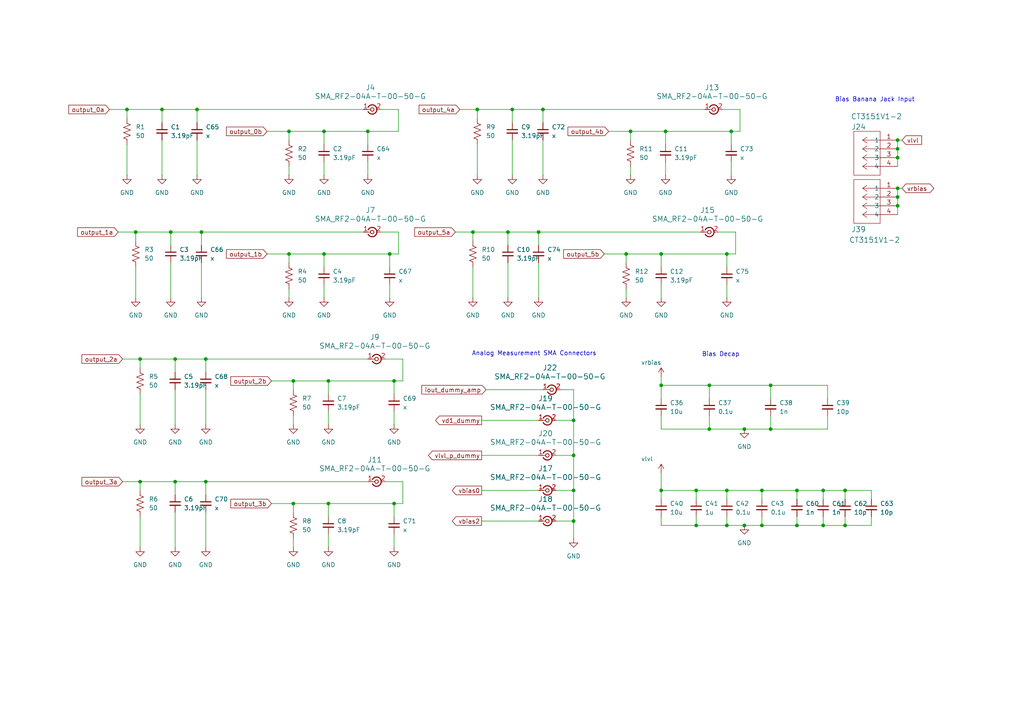
<source format=kicad_sch>
(kicad_sch (version 20231120) (generator "eeschema") (generator_version "8.0")
  (paper "A4")
  (lib_symbols
    (symbol "0_PHASE:CT3151V1-0" (pin_names (offset 0.254))
      (property "Reference" "J" (at 8.89 6.35 0))
      (property "Value" "CT3151V1-0" (at 9.398 3.81 0))
      (symbol "CT3151V1-0_1_1"
        (polyline (pts (xy 5.08 -10.16) (xy 12.7 -10.16)) (stroke (width 0.127)))
        (polyline (pts (xy 5.08 2.54) (xy 5.08 -10.16)) (stroke (width 0.127)))
        (polyline (pts (xy 10.16 -7.62) (xy 5.08 -7.62)) (stroke (width 0.127)))
        (polyline (pts (xy 10.16 -7.62) (xy 8.89 -8.4667)) (stroke (width 0.127)))
        (polyline (pts (xy 10.16 -7.62) (xy 8.89 -6.7733)) (stroke (width 0.127)))
        (polyline (pts (xy 10.16 -5.08) (xy 5.08 -5.08)) (stroke (width 0.127)))
        (polyline (pts (xy 10.16 -5.08) (xy 8.89 -5.9267)) (stroke (width 0.127)))
        (polyline (pts (xy 10.16 -5.08) (xy 8.89 -4.2333)) (stroke (width 0.127)))
        (polyline (pts (xy 10.16 -2.54) (xy 5.08 -2.54)) (stroke (width 0.127)))
        (polyline (pts (xy 10.16 -2.54) (xy 8.89 -3.3867)) (stroke (width 0.127)))
        (polyline (pts (xy 10.16 -2.54) (xy 8.89 -1.6933)) (stroke (width 0.127)))
        (polyline (pts (xy 10.16 0) (xy 5.08 0)) (stroke (width 0.127)))
        (polyline (pts (xy 10.16 0) (xy 8.89 -0.8467)) (stroke (width 0.127)))
        (polyline (pts (xy 10.16 0) (xy 8.89 0.8467)) (stroke (width 0.127)))
        (polyline (pts (xy 12.7 -10.16) (xy 12.7 2.54)) (stroke (width 0.127)))
        (polyline (pts (xy 12.7 2.54) (xy 5.08 2.54)) (stroke (width 0.127)))
        (pin unspecified line (at 0 0 0) (length 5.08) (name "1") (number "1"))
        (pin unspecified line (at 0 -2.54 0) (length 5.08) (name "2") (number "2"))
        (pin unspecified line (at 0 -5.08 0) (length 5.08) (name "3") (number "3"))
        (pin unspecified line (at 0 -7.62 0) (length 5.08) (name "4") (number "4"))
      )
      (symbol "CT3151V1-0_1_2"
        (polyline (pts (xy 5.08 -10.16) (xy 12.7 -10.16)) (stroke (width 0.127)))
        (polyline (pts (xy 5.08 2.54) (xy 5.08 -10.16)) (stroke (width 0.127)))
        (polyline (pts (xy 7.62 -7.62) (xy 5.08 -7.62)) (stroke (width 0.127)))
        (polyline (pts (xy 7.62 -7.62) (xy 8.89 -8.4667)) (stroke (width 0.127)))
        (polyline (pts (xy 7.62 -7.62) (xy 8.89 -6.7733)) (stroke (width 0.127)))
        (polyline (pts (xy 7.62 -5.08) (xy 5.08 -5.08)) (stroke (width 0.127)))
        (polyline (pts (xy 7.62 -5.08) (xy 8.89 -5.9267)) (stroke (width 0.127)))
        (polyline (pts (xy 7.62 -5.08) (xy 8.89 -4.2333)) (stroke (width 0.127)))
        (polyline (pts (xy 7.62 -2.54) (xy 5.08 -2.54)) (stroke (width 0.127)))
        (polyline (pts (xy 7.62 -2.54) (xy 8.89 -3.3867)) (stroke (width 0.127)))
        (polyline (pts (xy 7.62 -2.54) (xy 8.89 -1.6933)) (stroke (width 0.127)))
        (polyline (pts (xy 7.62 0) (xy 5.08 0)) (stroke (width 0.127)))
        (polyline (pts (xy 7.62 0) (xy 8.89 -0.8467)) (stroke (width 0.127)))
        (polyline (pts (xy 7.62 0) (xy 8.89 0.8467)) (stroke (width 0.127)))
        (polyline (pts (xy 12.7 -10.16) (xy 12.7 2.54)) (stroke (width 0.127)))
        (polyline (pts (xy 12.7 2.54) (xy 5.08 2.54)) (stroke (width 0.127)))
        (pin unspecified line (at 0 0 0) (length 5.08) (name "1") (number "1"))
        (pin unspecified line (at 0 -2.54 0) (length 5.08) (name "2") (number "2"))
        (pin unspecified line (at 0 -5.08 0) (length 5.08) (name "3") (number "3"))
        (pin unspecified line (at 0 -7.62 0) (length 5.08) (name "4") (number "4"))
      )
    )
    (symbol "0_PHASE:SMA_RF2-04A-T-00-50-G" (pin_names (offset 0.254))
      (property "Reference" "J" (at 8.89 6.35 0))
      (property "Value" "SMA_RF2-04A-T-00-50-G" (at 0 0 0))
      (symbol "SMA_RF2-04A-T-00-50-G_0_1"
        (polyline (pts (xy 10.16 -5.08) (xy 12.192 -5.08)))
        (circle (center 12.7 -5.08) (radius 0.508) (stroke (width 0.2032)))
      )
      (symbol "SMA_RF2-04A-T-00-50-G_1_1"
        (arc (start 11.5084 -5.7111) (mid 13.027 -6.3881) (end 14.0484 -5.0761) (stroke (width 0.3048)))
        (arc (start 14.0484 -5.0839) (mid 13.027 -3.772) (end 11.5084 -4.4489) (stroke (width 0.3048)))
        (pin passive line (at 10.16 -5.08 0) (length 1.27) (name "") (number "1"))
        (pin passive line (at 15.24 -5.08 180) (length 1.27) (name "") (number "2"))
        (pin passive line (at 15.24 -5.08 180) (length 1.27) hide (name "Ext") (number "3"))
        (pin passive line (at 15.24 -5.08 180) (length 1.27) hide (name "Ext") (number "4"))
        (pin passive line (at 15.24 -5.08 180) (length 1.27) hide (name "Ext") (number "5"))
      )
      (symbol "SMA_RF2-04A-T-00-50-G_1_2"
        (polyline (pts (xy 5.08 -2.54) (xy 12.7 -2.54)) (stroke (width 0.127)))
        (polyline (pts (xy 5.08 2.54) (xy 5.08 -2.54)) (stroke (width 0.127)))
        (polyline (pts (xy 7.62 0) (xy 5.08 0)) (stroke (width 0.127)))
        (polyline (pts (xy 7.62 0) (xy 8.89 -0.8467)) (stroke (width 0.127)))
        (polyline (pts (xy 7.62 0) (xy 8.89 0.8467)) (stroke (width 0.127)))
        (polyline (pts (xy 12.7 -2.54) (xy 12.7 2.54)) (stroke (width 0.127)))
        (polyline (pts (xy 12.7 2.54) (xy 5.08 2.54)) (stroke (width 0.127)))
        (pin unspecified line (at 0 0 0) (length 5.08) (name "1") (number "1"))
      )
    )
    (symbol "Device:C_Small" (pin_numbers hide) (pin_names (offset 0.254) hide)
      (property "Reference" "C" (at 0.254 1.778 0))
      (property "Value" "C_Small" (at 0.254 -2.032 0))
      (symbol "C_Small_0_1"
        (polyline (pts (xy -1.524 -0.508) (xy 1.524 -0.508)) (stroke (width 0.3302)))
        (polyline (pts (xy -1.524 0.508) (xy 1.524 0.508)) (stroke (width 0.3048)))
      )
      (symbol "C_Small_1_1"
        (pin passive line (at 0 2.54 270) (length 2.032) (name "~") (number "1"))
        (pin passive line (at 0 -2.54 90) (length 2.032) (name "~") (number "2"))
      )
    )
    (symbol "Device:R_US" (pin_numbers hide) (pin_names (offset 0))
      (property "Reference" "R" (at 2.54 0 90))
      (property "Value" "R_US" (at -2.54 0 90))
      (symbol "R_US_0_1"
        (polyline (pts (xy 0 -2.286) (xy 0 -2.54)))
        (polyline (pts (xy 0 2.286) (xy 0 2.54)))
        (polyline (pts (xy 0 -0.762) (xy 1.016 -1.143) (xy 0 -1.524) (xy -1.016 -1.905) (xy 0 -2.286)))
        (polyline (pts (xy 0 0.762) (xy 1.016 0.381) (xy 0 0) (xy -1.016 -0.381) (xy 0 -0.762)))
        (polyline (pts (xy 0 2.286) (xy 1.016 1.905) (xy 0 1.524) (xy -1.016 1.143) (xy 0 0.762)))
      )
      (symbol "R_US_1_1"
        (pin passive line (at 0 3.81 270) (length 1.27) (name "~") (number "1"))
        (pin passive line (at 0 -3.81 90) (length 1.27) (name "~") (number "2"))
      )
    )
    (symbol "power:+1V8" (power) (pin_numbers hide) (pin_names (offset 0) hide)
      (property "Value" "+1V8" (at 0 3.556 0))
      (symbol "+1V8_0_1"
        (polyline (pts (xy -0.762 1.27) (xy 0 2.54)))
        (polyline (pts (xy 0 0) (xy 0 2.54)))
        (polyline (pts (xy 0 2.54) (xy 0.762 1.27)))
      )
      (symbol "+1V8_1_1"
        (pin power_in line (at 0 0 90) (length 0) (name "~") (number "1"))
      )
    )
    (symbol "power:GND" (power) (pin_numbers hide) (pin_names (offset 0) hide)
      (property "Value" "GND" (at 0 -3.81 0))
      (symbol "GND_0_1"
        (polyline (pts (xy 0 0) (xy 0 -1.27) (xy 1.27 -1.27) (xy 0 -2.54) (xy -1.27 -1.27) (xy 0 -1.27)))
      )
      (symbol "GND_1_1"
        (pin power_in line (at 0 0 270) (length 0) (name "~") (number "1"))
      )
    )
  )
  (junction (at 59.69 104.14))
  (junction (at 231.14 152.4))
  (junction (at 147.32 67.31))
  (junction (at 215.9 152.4))
  (junction (at 93.98 38.1))
  (junction (at 260.35 40.64))
  (junction (at 181.61 73.66))
  (junction (at 50.8 139.7))
  (junction (at 260.35 57.15))
  (junction (at 95.25 110.49))
  (junction (at 166.37 151.13))
  (junction (at 260.35 45.72))
  (junction (at 238.76 152.4))
  (junction (at 106.68 38.1))
  (junction (at 157.48 31.75))
  (junction (at 58.42 67.31))
  (junction (at 83.82 73.66))
  (junction (at 220.98 142.24))
  (junction (at 40.64 104.14))
  (junction (at 114.3 110.49))
  (junction (at 59.69 139.7))
  (junction (at 46.99 31.75))
  (junction (at 138.43 31.75))
  (junction (at 93.98 73.66))
  (junction (at 166.37 142.24))
  (junction (at 238.76 142.24))
  (junction (at 191.77 111.76))
  (junction (at 156.21 67.31))
  (junction (at 210.82 152.4))
  (junction (at 85.09 110.49))
  (junction (at 182.88 38.1))
  (junction (at 193.04 38.1))
  (junction (at 201.93 142.24))
  (junction (at 212.09 38.1))
  (junction (at 49.53 67.31))
  (junction (at 85.09 146.05))
  (junction (at 148.59 31.75))
  (junction (at 57.15 31.75))
  (junction (at 191.77 73.66))
  (junction (at 210.82 73.66))
  (junction (at 83.82 38.1))
  (junction (at 201.93 152.4))
  (junction (at 114.3 146.05))
  (junction (at 36.83 31.75))
  (junction (at 40.64 139.7))
  (junction (at 137.16 67.31))
  (junction (at 191.77 142.24))
  (junction (at 205.74 111.76))
  (junction (at 260.35 59.69))
  (junction (at 223.52 124.46))
  (junction (at 215.9 124.46))
  (junction (at 50.8 104.14))
  (junction (at 220.98 152.4))
  (junction (at 113.03 73.66))
  (junction (at 95.25 146.05))
  (junction (at 166.37 132.08))
  (junction (at 210.82 142.24))
  (junction (at 245.11 152.4))
  (junction (at 260.35 54.61))
  (junction (at 39.37 67.31))
  (junction (at 166.37 121.92))
  (junction (at 260.35 43.18))
  (junction (at 223.52 111.76))
  (junction (at 205.74 124.46))
  (junction (at 231.14 142.24))
  (junction (at 245.11 142.24))
  (wire (pts (xy 193.04 46.99) (xy 193.04 50.8)))
  (wire (pts (xy 83.82 73.66) (xy 83.82 76.2)))
  (wire (pts (xy 111.76 104.14) (xy 116.84 104.14)))
  (wire (pts (xy 83.82 38.1) (xy 83.82 40.64)))
  (wire (pts (xy 191.77 73.66) (xy 210.82 73.66)))
  (wire (pts (xy 260.35 54.61) (xy 260.35 57.15)))
  (wire (pts (xy 49.53 71.12) (xy 49.53 67.31)))
  (wire (pts (xy 166.37 132.08) (xy 166.37 142.24)))
  (wire (pts (xy 223.52 120.65) (xy 223.52 124.46)))
  (wire (pts (xy 106.68 104.14) (xy 59.69 104.14)))
  (wire (pts (xy 93.98 73.66) (xy 113.03 73.66)))
  (wire (pts (xy 182.88 50.8) (xy 182.88 48.26)))
  (wire (pts (xy 191.77 109.22) (xy 191.77 111.76)))
  (wire (pts (xy 35.56 104.14) (xy 40.64 104.14)))
  (wire (pts (xy 231.14 149.86) (xy 231.14 152.4)))
  (wire (pts (xy 114.3 110.49) (xy 116.84 110.49)))
  (wire (pts (xy 205.74 115.57) (xy 205.74 111.76)))
  (wire (pts (xy 220.98 142.24) (xy 231.14 142.24)))
  (wire (pts (xy 191.77 152.4) (xy 201.93 152.4)))
  (wire (pts (xy 85.09 110.49) (xy 85.09 113.03)))
  (wire (pts (xy 201.93 144.78) (xy 201.93 142.24)))
  (wire (pts (xy 50.8 107.95) (xy 50.8 104.14)))
  (wire (pts (xy 166.37 121.92) (xy 166.37 113.03)))
  (wire (pts (xy 114.3 119.38) (xy 114.3 123.19)))
  (wire (pts (xy 240.03 115.57) (xy 240.03 111.76)))
  (wire (pts (xy 95.25 110.49) (xy 114.3 110.49)))
  (wire (pts (xy 213.36 67.31) (xy 213.36 73.66)))
  (wire (pts (xy 193.04 41.91) (xy 193.04 38.1)))
  (wire (pts (xy 176.53 38.1) (xy 182.88 38.1)))
  (wire (pts (xy 93.98 77.47) (xy 93.98 73.66)))
  (wire (pts (xy 50.8 143.51) (xy 50.8 139.7)))
  (wire (pts (xy 85.09 110.49) (xy 95.25 110.49)))
  (wire (pts (xy 132.08 67.31) (xy 137.16 67.31)))
  (wire (pts (xy 147.32 71.12) (xy 147.32 67.31)))
  (wire (pts (xy 83.82 38.1) (xy 93.98 38.1)))
  (wire (pts (xy 181.61 86.36) (xy 181.61 83.82)))
  (wire (pts (xy 59.69 107.95) (xy 59.69 104.14)))
  (wire (pts (xy 240.03 124.46) (xy 223.52 124.46)))
  (wire (pts (xy 252.73 152.4) (xy 245.11 152.4)))
  (wire (pts (xy 147.32 86.36) (xy 147.32 76.2)))
  (wire (pts (xy 231.14 142.24) (xy 238.76 142.24)))
  (wire (pts (xy 240.03 111.76) (xy 223.52 111.76)))
  (wire (pts (xy 106.68 139.7) (xy 59.69 139.7)))
  (wire (pts (xy 111.76 139.7) (xy 116.84 139.7)))
  (wire (pts (xy 93.98 38.1) (xy 106.68 38.1)))
  (wire (pts (xy 95.25 114.3) (xy 95.25 110.49)))
  (wire (pts (xy 260.35 43.18) (xy 260.35 45.72)))
  (wire (pts (xy 161.29 151.13) (xy 166.37 151.13)))
  (wire (pts (xy 166.37 113.03) (xy 162.56 113.03)))
  (wire (pts (xy 191.77 142.24) (xy 201.93 142.24)))
  (wire (pts (xy 220.98 149.86) (xy 220.98 152.4)))
  (wire (pts (xy 137.16 69.85) (xy 137.16 67.31)))
  (wire (pts (xy 31.75 31.75) (xy 36.83 31.75)))
  (wire (pts (xy 205.74 111.76) (xy 223.52 111.76)))
  (wire (pts (xy 148.59 50.8) (xy 148.59 40.64)))
  (wire (pts (xy 193.04 38.1) (xy 212.09 38.1)))
  (wire (pts (xy 212.09 46.99) (xy 212.09 50.8)))
  (wire (pts (xy 191.77 149.86) (xy 191.77 152.4)))
  (wire (pts (xy 252.73 142.24) (xy 245.11 142.24)))
  (wire (pts (xy 40.64 104.14) (xy 50.8 104.14)))
  (wire (pts (xy 57.15 35.56) (xy 57.15 31.75)))
  (wire (pts (xy 215.9 152.4) (xy 220.98 152.4)))
  (wire (pts (xy 204.47 31.75) (xy 157.48 31.75)))
  (wire (pts (xy 40.64 158.75) (xy 40.64 149.86)))
  (wire (pts (xy 46.99 50.8) (xy 46.99 40.64)))
  (wire (pts (xy 93.98 41.91) (xy 93.98 38.1)))
  (wire (pts (xy 77.47 73.66) (xy 83.82 73.66)))
  (wire (pts (xy 205.74 120.65) (xy 205.74 124.46)))
  (wire (pts (xy 191.77 82.55) (xy 191.77 86.36)))
  (wire (pts (xy 105.41 67.31) (xy 58.42 67.31)))
  (wire (pts (xy 115.57 31.75) (xy 115.57 38.1)))
  (wire (pts (xy 59.69 143.51) (xy 59.69 139.7)))
  (wire (pts (xy 166.37 121.92) (xy 166.37 132.08)))
  (wire (pts (xy 50.8 158.75) (xy 50.8 148.59)))
  (wire (pts (xy 113.03 82.55) (xy 113.03 86.36)))
  (wire (pts (xy 35.56 139.7) (xy 40.64 139.7)))
  (wire (pts (xy 191.77 120.65) (xy 191.77 124.46)))
  (wire (pts (xy 238.76 149.86) (xy 238.76 152.4)))
  (wire (pts (xy 113.03 77.47) (xy 113.03 73.66)))
  (wire (pts (xy 231.14 144.78) (xy 231.14 142.24)))
  (wire (pts (xy 240.03 120.65) (xy 240.03 124.46)))
  (wire (pts (xy 40.64 106.68) (xy 40.64 104.14)))
  (wire (pts (xy 191.77 144.78) (xy 191.77 142.24)))
  (wire (pts (xy 157.48 40.64) (xy 157.48 50.8)))
  (wire (pts (xy 59.69 139.7) (xy 50.8 139.7)))
  (wire (pts (xy 49.53 86.36) (xy 49.53 76.2)))
  (wire (pts (xy 78.74 146.05) (xy 85.09 146.05)))
  (wire (pts (xy 156.21 76.2) (xy 156.21 86.36)))
  (wire (pts (xy 39.37 67.31) (xy 49.53 67.31)))
  (wire (pts (xy 59.69 104.14) (xy 50.8 104.14)))
  (wire (pts (xy 114.3 149.86) (xy 114.3 146.05)))
  (wire (pts (xy 191.77 115.57) (xy 191.77 111.76)))
  (wire (pts (xy 137.16 86.36) (xy 137.16 77.47)))
  (wire (pts (xy 201.93 149.86) (xy 201.93 152.4)))
  (wire (pts (xy 182.88 38.1) (xy 193.04 38.1)))
  (wire (pts (xy 57.15 31.75) (xy 46.99 31.75)))
  (wire (pts (xy 260.35 57.15) (xy 260.35 59.69)))
  (wire (pts (xy 260.35 59.69) (xy 260.35 62.23)))
  (wire (pts (xy 105.41 31.75) (xy 57.15 31.75)))
  (wire (pts (xy 205.74 124.46) (xy 215.9 124.46)))
  (wire (pts (xy 261.62 54.61) (xy 260.35 54.61)))
  (wire (pts (xy 210.82 152.4) (xy 215.9 152.4)))
  (wire (pts (xy 58.42 76.2) (xy 58.42 86.36)))
  (wire (pts (xy 156.21 71.12) (xy 156.21 67.31)))
  (wire (pts (xy 83.82 50.8) (xy 83.82 48.26)))
  (wire (pts (xy 210.82 77.47) (xy 210.82 73.66)))
  (wire (pts (xy 148.59 35.56) (xy 148.59 31.75)))
  (wire (pts (xy 214.63 31.75) (xy 214.63 38.1)))
  (wire (pts (xy 57.15 40.64) (xy 57.15 50.8)))
  (wire (pts (xy 157.48 35.56) (xy 157.48 31.75)))
  (wire (pts (xy 209.55 31.75) (xy 214.63 31.75)))
  (wire (pts (xy 85.09 146.05) (xy 95.25 146.05)))
  (wire (pts (xy 252.73 149.86) (xy 252.73 152.4)))
  (wire (pts (xy 210.82 82.55) (xy 210.82 86.36)))
  (wire (pts (xy 208.28 67.31) (xy 213.36 67.31)))
  (wire (pts (xy 182.88 38.1) (xy 182.88 40.64)))
  (wire (pts (xy 40.64 123.19) (xy 40.64 114.3)))
  (wire (pts (xy 95.25 119.38) (xy 95.25 123.19)))
  (wire (pts (xy 201.93 142.24) (xy 210.82 142.24)))
  (wire (pts (xy 137.16 67.31) (xy 147.32 67.31)))
  (wire (pts (xy 215.9 124.46) (xy 223.52 124.46)))
  (wire (pts (xy 85.09 146.05) (xy 85.09 148.59)))
  (wire (pts (xy 212.09 41.91) (xy 212.09 38.1)))
  (wire (pts (xy 157.48 31.75) (xy 148.59 31.75)))
  (wire (pts (xy 245.11 149.86) (xy 245.11 152.4)))
  (wire (pts (xy 40.64 139.7) (xy 50.8 139.7)))
  (wire (pts (xy 116.84 104.14) (xy 116.84 110.49)))
  (wire (pts (xy 191.77 137.16) (xy 191.77 142.24)))
  (wire (pts (xy 191.77 111.76) (xy 205.74 111.76)))
  (wire (pts (xy 58.42 67.31) (xy 49.53 67.31)))
  (wire (pts (xy 231.14 152.4) (xy 238.76 152.4)))
  (wire (pts (xy 93.98 46.99) (xy 93.98 50.8)))
  (wire (pts (xy 36.83 50.8) (xy 36.83 41.91)))
  (wire (pts (xy 95.25 146.05) (xy 114.3 146.05)))
  (wire (pts (xy 114.3 114.3) (xy 114.3 110.49)))
  (wire (pts (xy 191.77 77.47) (xy 191.77 73.66)))
  (wire (pts (xy 138.43 50.8) (xy 138.43 41.91)))
  (wire (pts (xy 191.77 124.46) (xy 205.74 124.46)))
  (wire (pts (xy 238.76 142.24) (xy 245.11 142.24)))
  (wire (pts (xy 36.83 31.75) (xy 46.99 31.75)))
  (wire (pts (xy 260.35 40.64) (xy 260.35 43.18)))
  (wire (pts (xy 39.37 69.85) (xy 39.37 67.31)))
  (wire (pts (xy 140.97 113.03) (xy 157.48 113.03)))
  (wire (pts (xy 260.35 45.72) (xy 260.35 48.26)))
  (wire (pts (xy 34.29 67.31) (xy 39.37 67.31)))
  (wire (pts (xy 220.98 144.78) (xy 220.98 142.24)))
  (wire (pts (xy 106.68 38.1) (xy 115.57 38.1)))
  (wire (pts (xy 114.3 146.05) (xy 116.84 146.05)))
  (wire (pts (xy 114.3 154.94) (xy 114.3 158.75)))
  (wire (pts (xy 116.84 139.7) (xy 116.84 146.05)))
  (wire (pts (xy 93.98 82.55) (xy 93.98 86.36)))
  (wire (pts (xy 95.25 149.86) (xy 95.25 146.05)))
  (wire (pts (xy 58.42 71.12) (xy 58.42 67.31)))
  (wire (pts (xy 77.47 38.1) (xy 83.82 38.1)))
  (wire (pts (xy 110.49 31.75) (xy 115.57 31.75)))
  (wire (pts (xy 181.61 73.66) (xy 191.77 73.66)))
  (wire (pts (xy 166.37 142.24) (xy 161.29 142.24)))
  (wire (pts (xy 133.35 31.75) (xy 138.43 31.75)))
  (wire (pts (xy 175.26 73.66) (xy 181.61 73.66)))
  (wire (pts (xy 115.57 67.31) (xy 115.57 73.66)))
  (wire (pts (xy 113.03 73.66) (xy 115.57 73.66)))
  (wire (pts (xy 59.69 113.03) (xy 59.69 123.19)))
  (wire (pts (xy 78.74 110.49) (xy 85.09 110.49)))
  (wire (pts (xy 50.8 123.19) (xy 50.8 113.03)))
  (wire (pts (xy 181.61 73.66) (xy 181.61 76.2)))
  (wire (pts (xy 166.37 151.13) (xy 166.37 156.21)))
  (wire (pts (xy 210.82 142.24) (xy 220.98 142.24)))
  (wire (pts (xy 36.83 34.29) (xy 36.83 31.75)))
  (wire (pts (xy 220.98 152.4) (xy 231.14 152.4)))
  (wire (pts (xy 238.76 144.78) (xy 238.76 142.24)))
  (wire (pts (xy 40.64 142.24) (xy 40.64 139.7)))
  (wire (pts (xy 139.7 142.24) (xy 156.21 142.24)))
  (wire (pts (xy 161.29 121.92) (xy 166.37 121.92)))
  (wire (pts (xy 212.09 38.1) (xy 214.63 38.1)))
  (wire (pts (xy 85.09 123.19) (xy 85.09 120.65)))
  (wire (pts (xy 238.76 152.4) (xy 245.11 152.4)))
  (wire (pts (xy 166.37 142.24) (xy 166.37 151.13)))
  (wire (pts (xy 85.09 158.75) (xy 85.09 156.21)))
  (wire (pts (xy 138.43 31.75) (xy 148.59 31.75)))
  (wire (pts (xy 223.52 115.57) (xy 223.52 111.76)))
  (wire (pts (xy 110.49 67.31) (xy 115.57 67.31)))
  (wire (pts (xy 139.7 121.92) (xy 156.21 121.92)))
  (wire (pts (xy 260.35 40.64) (xy 261.62 40.64)))
  (wire (pts (xy 106.68 46.99) (xy 106.68 50.8)))
  (wire (pts (xy 139.7 132.08) (xy 156.21 132.08)))
  (wire (pts (xy 59.69 148.59) (xy 59.69 158.75)))
  (wire (pts (xy 156.21 67.31) (xy 147.32 67.31)))
  (wire (pts (xy 138.43 34.29) (xy 138.43 31.75)))
  (wire (pts (xy 203.2 67.31) (xy 156.21 67.31)))
  (wire (pts (xy 46.99 35.56) (xy 46.99 31.75)))
  (wire (pts (xy 252.73 144.78) (xy 252.73 142.24)))
  (wire (pts (xy 83.82 73.66) (xy 93.98 73.66)))
  (wire (pts (xy 210.82 149.86) (xy 210.82 152.4)))
  (wire (pts (xy 201.93 152.4) (xy 210.82 152.4)))
  (wire (pts (xy 210.82 73.66) (xy 213.36 73.66)))
  (wire (pts (xy 161.29 132.08) (xy 166.37 132.08)))
  (wire (pts (xy 210.82 144.78) (xy 210.82 142.24)))
  (wire (pts (xy 95.25 154.94) (xy 95.25 158.75)))
  (wire (pts (xy 139.7 151.13) (xy 156.21 151.13)))
  (wire (pts (xy 83.82 86.36) (xy 83.82 83.82)))
  (wire (pts (xy 106.68 41.91) (xy 106.68 38.1)))
  (wire (pts (xy 245.11 144.78) (xy 245.11 142.24)))
  (wire (pts (xy 39.37 86.36) (xy 39.37 77.47)))
  (text "Analog Measurement SMA Connectors" (at 154.94 102.616 0) (effects (font (size 1.27 1.27))))
  (text "Bias Decap\n" (at 209.042 102.87 0) (effects (font (size 1.27 1.27))))
  (text "Bias Banana Jack Input" (at 253.746 28.956 0) (effects (font (size 1.27 1.27))))
  (global_label "output_3a" (shape input) (at 35.56 139.7 180) (property "Intersheetrefs" "${INTERSHEET_REFS}" (effects (hide yes))))
  (global_label "iout_dummy_amp" (shape input) (at 140.97 113.03 180) (property "Intersheetrefs" "${INTERSHEET_REFS}" (effects (hide yes))))
  (global_label "output_4b" (shape input) (at 176.53 38.1 180) (property "Intersheetrefs" "${INTERSHEET_REFS}" (effects (hide yes))))
  (global_label "vrbias" (shape bidirectional) (at 261.62 54.61 0) (property "Intersheetrefs" "${INTERSHEET_REFS}" (effects (hide yes))))
  (global_label "output_5b" (shape input) (at 175.26 73.66 180) (property "Intersheetrefs" "${INTERSHEET_REFS}" (effects (hide yes))))
  (global_label "output_1a" (shape input) (at 34.29 67.31 180) (property "Intersheetrefs" "${INTERSHEET_REFS}" (effects (hide yes))))
  (global_label "vd1_dummy" (shape output) (at 139.7 121.92 180) (property "Intersheetrefs" "${INTERSHEET_REFS}" (effects (hide yes))))
  (global_label "output_0b" (shape input) (at 77.47 38.1 180) (property "Intersheetrefs" "${INTERSHEET_REFS}" (effects (hide yes))))
  (global_label "vlvl" (shape input) (at 261.62 40.64 0) (property "Intersheetrefs" "${INTERSHEET_REFS}" (effects (hide yes))))
  (global_label "vbias0" (shape output) (at 139.7 142.24 180) (property "Intersheetrefs" "${INTERSHEET_REFS}" (effects (hide yes))))
  (global_label "output_0a" (shape input) (at 31.75 31.75 180) (property "Intersheetrefs" "${INTERSHEET_REFS}" (effects (hide yes))))
  (global_label "vbias2" (shape output) (at 139.7 151.13 180) (property "Intersheetrefs" "${INTERSHEET_REFS}" (effects (hide yes))))
  (global_label "output_1b" (shape input) (at 77.47 73.66 180) (property "Intersheetrefs" "${INTERSHEET_REFS}" (effects (hide yes))))
  (global_label "output_2b" (shape input) (at 78.74 110.49 180) (property "Intersheetrefs" "${INTERSHEET_REFS}" (effects (hide yes))))
  (global_label "output_5a" (shape input) (at 132.08 67.31 180) (property "Intersheetrefs" "${INTERSHEET_REFS}" (effects (hide yes))))
  (global_label "output_4a" (shape input) (at 133.35 31.75 180) (property "Intersheetrefs" "${INTERSHEET_REFS}" (effects (hide yes))))
  (global_label "output_3b" (shape input) (at 78.74 146.05 180) (property "Intersheetrefs" "${INTERSHEET_REFS}" (effects (hide yes))))
  (global_label "vlvl_p_dummy" (shape output) (at 139.7 132.08 180) (property "Intersheetrefs" "${INTERSHEET_REFS}" (effects (hide yes))))
  (global_label "output_2a" (shape input) (at 35.56 104.14 180) (property "Intersheetrefs" "${INTERSHEET_REFS}" (effects (hide yes))))
  (symbol (lib_id "power:GND") (at 40.64 158.75 0) (unit 1)
    (property "Reference" "#PWR022" (effects (hide yes)))
    (property "Value" "GND" (at 40.64 163.83 0))
    (property "Description" "Power symbol creates a global label with name \"GND\" , ground" (effects (hide yes)))
  )
  (symbol (lib_id "power:GND") (at 59.69 123.19 0) (unit 1)
    (property "Reference" "#PWR065" (effects (hide yes)))
    (property "Value" "GND" (at 59.69 128.27 0))
    (property "Description" "Power symbol creates a global label with name \"GND\" , ground" (effects (hide yes)))
  )
  (symbol (lib_id "power:+1V8") (at 191.77 137.16 0) (unit 1)
    (property "Reference" "#PWR062" (effects (hide yes)))
    (property "Value" "vlvl" (at 185.928 133.096 0) (effects (justify left)))
    (property "Description" "Power symbol creates a global label with name \"+1V8\"" (effects (hide yes)))
  )
  (symbol (lib_id "power:GND") (at 58.42 86.36 0) (unit 1)
    (property "Reference" "#PWR039" (effects (hide yes)))
    (property "Value" "GND" (at 58.42 91.44 0))
    (property "Description" "Power symbol creates a global label with name \"GND\" , ground" (effects (hide yes)))
  )
  (symbol (lib_id "power:GND") (at 40.64 123.19 0) (unit 1)
    (property "Reference" "#PWR017" (effects (hide yes)))
    (property "Value" "GND" (at 40.64 128.27 0))
    (property "Description" "Power symbol creates a global label with name \"GND\" , ground" (effects (hide yes)))
  )
  (symbol (lib_id "Device:C_Small") (at 193.04 44.45 0) (unit 1)
    (property "Reference" "C11" (at 195.58 43.1862 0) (effects (justify left)))
    (property "Value" "3.19pF" (at 195.58 45.7262 0) (effects (justify left)))
    (property "Footprint" "Capacitor_SMD:C_0603_1608Metric" (effects (hide yes)))
    (property "Description" "Unpolarized capacitor, small symbol" (effects (hide yes)))
  )
  (symbol (lib_id "Device:C_Small") (at 50.8 146.05 0) (unit 1)
    (property "Reference" "C6" (at 53.34 144.7862 0) (effects (justify left)))
    (property "Value" "3.19pF" (at 53.34 147.3262 0) (effects (justify left)))
    (property "Footprint" "Capacitor_SMD:C_0603_1608Metric" (effects (hide yes)))
    (property "Description" "Unpolarized capacitor, small symbol" (effects (hide yes)))
  )
  (symbol (lib_id "Device:R_US") (at 83.82 44.45 0) (unit 1)
    (property "Reference" "R2" (at 86.36 43.1799 0) (effects (justify left)))
    (property "Value" "50" (at 86.36 45.7199 0) (effects (justify left)))
    (property "Footprint" "Resistor_SMD:R_0603_1608Metric" (effects (hide yes)))
    (property "Description" "Resistor, US symbol" (effects (hide yes)))
  )
  (symbol (lib_id "power:GND") (at 212.09 50.8 0) (unit 1)
    (property "Reference" "#PWR070" (effects (hide yes)))
    (property "Value" "GND" (at 212.09 55.88 0))
    (property "Description" "Power symbol creates a global label with name \"GND\" , ground" (effects (hide yes)))
  )
  (symbol (lib_id "Device:R_US") (at 39.37 73.66 0) (unit 1)
    (property "Reference" "R3" (at 41.91 72.3899 0) (effects (justify left)))
    (property "Value" "50" (at 41.91 74.9299 0) (effects (justify left)))
    (property "Footprint" "Resistor_SMD:R_0603_1608Metric" (effects (hide yes)))
    (property "Description" "Resistor, US symbol" (effects (hide yes)))
  )
  (symbol (lib_id "Device:C_Small") (at 210.82 80.01 0) (unit 1)
    (property "Reference" "C75" (at 213.36 78.7462 0) (effects (justify left)))
    (property "Value" "x" (at 213.36 81.2862 0) (effects (justify left)))
    (property "Footprint" "Capacitor_SMD:C_0603_1608Metric" (effects (hide yes)))
    (property "Description" "Unpolarized capacitor, small symbol" (effects (hide yes)))
  )
  (symbol (lib_id "Device:C_Small") (at 245.11 147.32 0) (unit 1)
    (property "Reference" "C62" (at 247.65 146.0562 0) (effects (justify left)))
    (property "Value" "10p" (at 247.65 148.5962 0) (effects (justify left)))
    (property "Footprint" "Capacitor_SMD:C_0603_1608Metric" (effects (hide yes)))
    (property "Description" "Unpolarized capacitor, small symbol" (effects (hide yes)))
  )
  (symbol (lib_id "power:GND") (at 215.9 124.46 0) (unit 1)
    (property "Reference" "#PWR061" (effects (hide yes)))
    (property "Value" "GND" (at 215.9 129.54 0))
    (property "Description" "Power symbol creates a global label with name \"GND\" , ground" (effects (hide yes)))
  )
  (symbol (lib_id "Device:C_Small") (at 238.76 147.32 0) (unit 1)
    (property "Reference" "C61" (at 241.3 146.0562 0) (effects (justify left)))
    (property "Value" "1n" (at 241.3 148.5962 0) (effects (justify left)))
    (property "Footprint" "Capacitor_SMD:C_0603_1608Metric" (effects (hide yes)))
    (property "Description" "Unpolarized capacitor, small symbol" (effects (hide yes)))
  )
  (symbol (lib_id "Device:C_Small") (at 95.25 116.84 0) (unit 1)
    (property "Reference" "C7" (at 97.79 115.5762 0) (effects (justify left)))
    (property "Value" "3.19pF" (at 97.79 118.1162 0) (effects (justify left)))
    (property "Footprint" "Capacitor_SMD:C_0603_1608Metric" (effects (hide yes)))
    (property "Description" "Unpolarized capacitor, small symbol" (effects (hide yes)))
  )
  (symbol (lib_id "Device:C_Small") (at 252.73 147.32 0) (unit 1)
    (property "Reference" "C63" (at 255.27 146.0562 0) (effects (justify left)))
    (property "Value" "10p" (at 255.27 148.5962 0) (effects (justify left)))
    (property "Footprint" "Capacitor_SMD:C_0603_1608Metric" (effects (hide yes)))
    (property "Description" "Unpolarized capacitor, small symbol" (effects (hide yes)))
  )
  (symbol (lib_id "Device:C_Small") (at 157.48 38.1 0) (unit 1)
    (property "Reference" "C72" (at 160.02 36.8362 0) (effects (justify left)))
    (property "Value" "x" (at 160.02 39.3762 0) (effects (justify left)))
    (property "Footprint" "Capacitor_SMD:C_0603_1608Metric" (effects (hide yes)))
    (property "Description" "Unpolarized capacitor, small symbol" (effects (hide yes)))
  )
  (symbol (lib_id "power:GND") (at 93.98 50.8 0) (unit 1)
    (property "Reference" "#PWR010" (effects (hide yes)))
    (property "Value" "GND" (at 93.98 55.88 0))
    (property "Description" "Power symbol creates a global label with name \"GND\" , ground" (effects (hide yes)))
  )
  (symbol (lib_id "power:GND") (at 95.25 158.75 0) (unit 1)
    (property "Reference" "#PWR028" (effects (hide yes)))
    (property "Value" "GND" (at 95.25 163.83 0))
    (property "Description" "Power symbol creates a global label with name \"GND\" , ground" (effects (hide yes)))
  )
  (symbol (lib_id "power:GND") (at 57.15 50.8 0) (unit 1)
    (property "Reference" "#PWR034" (effects (hide yes)))
    (property "Value" "GND" (at 57.15 55.88 0))
    (property "Description" "Power symbol creates a global label with name \"GND\" , ground" (effects (hide yes)))
  )
  (symbol (lib_id "Device:C_Small") (at 46.99 38.1 0) (unit 1)
    (property "Reference" "C1" (at 49.53 36.8362 0) (effects (justify left)))
    (property "Value" "3.19pF" (at 49.53 39.3762 0) (effects (justify left)))
    (property "Footprint" "Capacitor_SMD:C_0603_1608Metric" (effects (hide yes)))
    (property "Description" "Unpolarized capacitor, small symbol" (effects (hide yes)))
  )
  (symbol (lib_id "power:GND") (at 95.25 123.19 0) (unit 1)
    (property "Reference" "#PWR020" (effects (hide yes)))
    (property "Value" "GND" (at 95.25 128.27 0))
    (property "Description" "Power symbol creates a global label with name \"GND\" , ground" (effects (hide yes)))
  )
  (symbol (lib_id "Device:C_Small") (at 147.32 73.66 0) (unit 1)
    (property "Reference" "C10" (at 149.86 72.3962 0) (effects (justify left)))
    (property "Value" "3.19pF" (at 149.86 74.9362 0) (effects (justify left)))
    (property "Footprint" "Capacitor_SMD:C_0603_1608Metric" (effects (hide yes)))
    (property "Description" "Unpolarized capacitor, small symbol" (effects (hide yes)))
  )
  (symbol (lib_id "Device:R_US") (at 85.09 152.4 0) (unit 1)
    (property "Reference" "R8" (at 87.63 151.1299 0) (effects (justify left)))
    (property "Value" "50" (at 87.63 153.6699 0) (effects (justify left)))
    (property "Footprint" "Resistor_SMD:R_0603_1608Metric" (effects (hide yes)))
    (property "Description" "Resistor, US symbol" (effects (hide yes)))
  )
  (symbol (lib_id "0_PHASE:CT3151V1-0") (at 260.35 54.61 0) (mirror y) (unit 1)
    (property "Reference" "J39" (at 251.206 66.548 0) (effects (font (size 1.524 1.524)) (justify left)))
    (property "Value" "CT3151V1-2" (at 261.112 69.596 0) (effects (font (size 1.524 1.524)) (justify left)))
    (property "Footprint" "0_726_footprints:banana_plug_CT3151V1-0" (effects (hide yes)))
    (property "Datasheet" "CT3151V1-0" (effects (hide yes)))
  )
  (symbol (lib_id "Device:C_Small") (at 93.98 44.45 0) (unit 1)
    (property "Reference" "C2" (at 96.52 43.1862 0) (effects (justify left)))
    (property "Value" "3.19pF" (at 96.52 45.7262 0) (effects (justify left)))
    (property "Footprint" "Capacitor_SMD:C_0603_1608Metric" (effects (hide yes)))
    (property "Description" "Unpolarized capacitor, small symbol" (effects (hide yes)))
  )
  (symbol (lib_id "Device:C_Small") (at 191.77 118.11 0) (unit 1)
    (property "Reference" "C36" (at 194.31 116.8462 0) (effects (justify left)))
    (property "Value" "10u" (at 194.31 119.3862 0) (effects (justify left)))
    (property "Footprint" "Capacitor_SMD:C_0603_1608Metric" (effects (hide yes)))
    (property "Description" "Unpolarized capacitor, small symbol" (effects (hide yes)))
  )
  (symbol (lib_id "Device:C_Small") (at 148.59 38.1 0) (unit 1)
    (property "Reference" "C9" (at 151.13 36.8362 0) (effects (justify left)))
    (property "Value" "3.19pF" (at 151.13 39.3762 0) (effects (justify left)))
    (property "Footprint" "Capacitor_SMD:C_0603_1608Metric" (effects (hide yes)))
    (property "Description" "Unpolarized capacitor, small symbol" (effects (hide yes)))
  )
  (symbol (lib_id "power:GND") (at 113.03 86.36 0) (unit 1)
    (property "Reference" "#PWR043" (effects (hide yes)))
    (property "Value" "GND" (at 113.03 91.44 0))
    (property "Description" "Power symbol creates a global label with name \"GND\" , ground" (effects (hide yes)))
  )
  (symbol (lib_id "Device:C_Small") (at 50.8 110.49 0) (unit 1)
    (property "Reference" "C5" (at 53.34 109.2262 0) (effects (justify left)))
    (property "Value" "3.19pF" (at 53.34 111.7662 0) (effects (justify left)))
    (property "Footprint" "Capacitor_SMD:C_0603_1608Metric" (effects (hide yes)))
    (property "Description" "Unpolarized capacitor, small symbol" (effects (hide yes)))
  )
  (symbol (lib_id "power:GND") (at 210.82 86.36 0) (unit 1)
    (property "Reference" "#PWR072" (effects (hide yes)))
    (property "Value" "GND" (at 210.82 91.44 0))
    (property "Description" "Power symbol creates a global label with name \"GND\" , ground" (effects (hide yes)))
  )
  (symbol (lib_id "Device:R_US") (at 40.64 110.49 0) (unit 1)
    (property "Reference" "R5" (at 43.18 109.2199 0) (effects (justify left)))
    (property "Value" "50" (at 43.18 111.7599 0) (effects (justify left)))
    (property "Footprint" "Resistor_SMD:R_0603_1608Metric" (effects (hide yes)))
    (property "Description" "Resistor, US symbol" (effects (hide yes)))
  )
  (symbol (lib_id "power:GND") (at 49.53 86.36 0) (unit 1)
    (property "Reference" "#PWR013" (effects (hide yes)))
    (property "Value" "GND" (at 49.53 91.44 0))
    (property "Description" "Power symbol creates a global label with name \"GND\" , ground" (effects (hide yes)))
  )
  (symbol (lib_id "Device:C_Small") (at 191.77 80.01 0) (unit 1)
    (property "Reference" "C12" (at 194.31 78.7462 0) (effects (justify left)))
    (property "Value" "3.19pF" (at 194.31 81.2862 0) (effects (justify left)))
    (property "Footprint" "Capacitor_SMD:C_0603_1608Metric" (effects (hide yes)))
    (property "Description" "Unpolarized capacitor, small symbol" (effects (hide yes)))
  )
  (symbol (lib_id "0_PHASE:SMA_RF2-04A-T-00-50-G") (at 96.52 134.62 0) (unit 1)
    (property "Reference" "J11" (at 108.7004 133.35 0) (effects (font (size 1.524 1.524))))
    (property "Value" "SMA_RF2-04A-T-00-50-G" (at 108.7004 135.89 0) (effects (font (size 1.524 1.524))))
    (property "Footprint" "0_726_footprints:CONN_RF2-04A-T-00-50-G_ADM" (effects (hide yes)))
    (property "Datasheet" "112404" (effects (hide yes)))
  )
  (symbol (lib_id "power:GND") (at 46.99 50.8 0) (unit 1)
    (property "Reference" "#PWR0101" (effects (hide yes)))
    (property "Value" "GND" (at 46.99 55.88 0))
    (property "Description" "Power symbol creates a global label with name \"GND\" , ground" (effects (hide yes)))
  )
  (symbol (lib_id "power:GND") (at 156.21 86.36 0) (unit 1)
    (property "Reference" "#PWR071" (effects (hide yes)))
    (property "Value" "GND" (at 156.21 91.44 0))
    (property "Description" "Power symbol creates a global label with name \"GND\" , ground" (effects (hide yes)))
  )
  (symbol (lib_id "power:GND") (at 93.98 86.36 0) (unit 1)
    (property "Reference" "#PWR015" (effects (hide yes)))
    (property "Value" "GND" (at 93.98 91.44 0))
    (property "Description" "Power symbol creates a global label with name \"GND\" , ground" (effects (hide yes)))
  )
  (symbol (lib_id "Device:C_Small") (at 59.69 110.49 0) (unit 1)
    (property "Reference" "C68" (at 62.23 109.2262 0) (effects (justify left)))
    (property "Value" "x" (at 62.23 111.7662 0) (effects (justify left)))
    (property "Footprint" "Capacitor_SMD:C_0603_1608Metric" (effects (hide yes)))
    (property "Description" "Unpolarized capacitor, small symbol" (effects (hide yes)))
  )
  (symbol (lib_id "Device:C_Small") (at 191.77 147.32 0) (unit 1)
    (property "Reference" "C40" (at 194.31 146.0562 0) (effects (justify left)))
    (property "Value" "10u" (at 194.31 148.5962 0) (effects (justify left)))
    (property "Footprint" "Capacitor_SMD:C_0603_1608Metric" (effects (hide yes)))
    (property "Description" "Unpolarized capacitor, small symbol" (effects (hide yes)))
  )
  (symbol (lib_id "Device:C_Small") (at 106.68 44.45 0) (unit 1)
    (property "Reference" "C64" (at 109.22 43.1862 0) (effects (justify left)))
    (property "Value" "x" (at 109.22 45.7262 0) (effects (justify left)))
    (property "Footprint" "Capacitor_SMD:C_0603_1608Metric" (effects (hide yes)))
    (property "Description" "Unpolarized capacitor, small symbol" (effects (hide yes)))
  )
  (symbol (lib_id "0_PHASE:SMA_RF2-04A-T-00-50-G") (at 193.04 62.23 0) (unit 1)
    (property "Reference" "J15" (at 205.2204 60.96 0) (effects (font (size 1.524 1.524))))
    (property "Value" "SMA_RF2-04A-T-00-50-G" (at 205.2204 63.5 0) (effects (font (size 1.524 1.524))))
    (property "Footprint" "0_726_footprints:CONN_RF2-04A-T-00-50-G_ADM" (effects (hide yes)))
    (property "Datasheet" "112404" (effects (hide yes)))
  )
  (symbol (lib_id "power:GND") (at 191.77 86.36 0) (unit 1)
    (property "Reference" "#PWR038" (effects (hide yes)))
    (property "Value" "GND" (at 191.77 91.44 0))
    (property "Description" "Power symbol creates a global label with name \"GND\" , ground" (effects (hide yes)))
  )
  (symbol (lib_id "power:GND") (at 193.04 50.8 0) (unit 1)
    (property "Reference" "#PWR033" (effects (hide yes)))
    (property "Value" "GND" (at 193.04 55.88 0))
    (property "Description" "Power symbol creates a global label with name \"GND\" , ground" (effects (hide yes)))
  )
  (symbol (lib_id "Device:C_Small") (at 58.42 73.66 0) (unit 1)
    (property "Reference" "C66" (at 60.96 72.3962 0) (effects (justify left)))
    (property "Value" "x" (at 60.96 74.9362 0) (effects (justify left)))
    (property "Footprint" "Capacitor_SMD:C_0603_1608Metric" (effects (hide yes)))
    (property "Description" "Unpolarized capacitor, small symbol" (effects (hide yes)))
  )
  (symbol (lib_id "power:GND") (at 157.48 50.8 0) (unit 1)
    (property "Reference" "#PWR069" (effects (hide yes)))
    (property "Value" "GND" (at 157.48 55.88 0))
    (property "Description" "Power symbol creates a global label with name \"GND\" , ground" (effects (hide yes)))
  )
  (symbol (lib_id "0_PHASE:SMA_RF2-04A-T-00-50-G") (at 146.05 116.84 0) (unit 1)
    (property "Reference" "J19" (at 158.2304 115.57 0) (effects (font (size 1.524 1.524))))
    (property "Value" "SMA_RF2-04A-T-00-50-G" (at 158.2304 118.11 0) (effects (font (size 1.524 1.524))))
    (property "Footprint" "0_726_footprints:CONN_RF2-04A-T-00-50-G_ADM" (effects (hide yes)))
    (property "Datasheet" "112404" (effects (hide yes)))
  )
  (symbol (lib_id "power:GND") (at 39.37 86.36 0) (unit 1)
    (property "Reference" "#PWR012" (effects (hide yes)))
    (property "Value" "GND" (at 39.37 91.44 0))
    (property "Description" "Power symbol creates a global label with name \"GND\" , ground" (effects (hide yes)))
  )
  (symbol (lib_id "Device:R_US") (at 182.88 44.45 0) (unit 1)
    (property "Reference" "R11" (at 185.42 43.1799 0) (effects (justify left)))
    (property "Value" "50" (at 185.42 45.7199 0) (effects (justify left)))
    (property "Footprint" "Resistor_SMD:R_0603_1608Metric" (effects (hide yes)))
    (property "Description" "Resistor, US symbol" (effects (hide yes)))
  )
  (symbol (lib_id "Device:C_Small") (at 95.25 152.4 0) (unit 1)
    (property "Reference" "C8" (at 97.79 151.1362 0) (effects (justify left)))
    (property "Value" "3.19pF" (at 97.79 153.6762 0) (effects (justify left)))
    (property "Footprint" "Capacitor_SMD:C_0603_1608Metric" (effects (hide yes)))
    (property "Description" "Unpolarized capacitor, small symbol" (effects (hide yes)))
  )
  (symbol (lib_id "power:GND") (at 148.59 50.8 0) (unit 1)
    (property "Reference" "#PWR031" (effects (hide yes)))
    (property "Value" "GND" (at 148.59 55.88 0))
    (property "Description" "Power symbol creates a global label with name \"GND\" , ground" (effects (hide yes)))
  )
  (symbol (lib_id "0_PHASE:SMA_RF2-04A-T-00-50-G") (at 96.52 99.06 0) (unit 1)
    (property "Reference" "J9" (at 108.7004 97.79 0) (effects (font (size 1.524 1.524))))
    (property "Value" "SMA_RF2-04A-T-00-50-G" (at 108.7004 100.33 0) (effects (font (size 1.524 1.524))))
    (property "Footprint" "0_726_footprints:CONN_RF2-04A-T-00-50-G_ADM" (effects (hide yes)))
    (property "Datasheet" "112404" (effects (hide yes)))
  )
  (symbol (lib_id "Device:C_Small") (at 205.74 118.11 0) (unit 1)
    (property "Reference" "C37" (at 208.28 116.8462 0) (effects (justify left)))
    (property "Value" "0.1u" (at 208.28 119.3862 0) (effects (justify left)))
    (property "Footprint" "Capacitor_SMD:C_0603_1608Metric" (effects (hide yes)))
    (property "Description" "Unpolarized capacitor, small symbol" (effects (hide yes)))
  )
  (symbol (lib_id "0_PHASE:SMA_RF2-04A-T-00-50-G") (at 146.05 127 0) (unit 1)
    (property "Reference" "J20" (at 158.2304 125.73 0) (effects (font (size 1.524 1.524))))
    (property "Value" "SMA_RF2-04A-T-00-50-G" (at 158.2304 128.27 0) (effects (font (size 1.524 1.524))))
    (property "Footprint" "0_726_footprints:CONN_RF2-04A-T-00-50-G_ADM" (effects (hide yes)))
    (property "Datasheet" "112404" (effects (hide yes)))
  )
  (symbol (lib_id "0_PHASE:CT3151V1-0") (at 260.35 40.64 0) (mirror y) (unit 1)
    (property "Reference" "J24" (at 251.206 36.83 0) (effects (font (size 1.524 1.524)) (justify left)))
    (property "Value" "CT3151V1-2" (at 261.62 33.782 0) (effects (font (size 1.524 1.524)) (justify left)))
    (property "Footprint" "0_726_footprints:banana_plug_CT3151V1-0" (effects (hide yes)))
    (property "Datasheet" "CT3151V1-0" (effects (hide yes)))
  )
  (symbol (lib_id "Device:C_Small") (at 113.03 80.01 0) (unit 1)
    (property "Reference" "C67" (at 115.57 78.7462 0) (effects (justify left)))
    (property "Value" "x" (at 115.57 81.2862 0) (effects (justify left)))
    (property "Footprint" "Capacitor_SMD:C_0603_1608Metric" (effects (hide yes)))
    (property "Description" "Unpolarized capacitor, small symbol" (effects (hide yes)))
  )
  (symbol (lib_id "Device:C_Small") (at 114.3 152.4 0) (unit 1)
    (property "Reference" "C71" (at 116.84 151.1362 0) (effects (justify left)))
    (property "Value" "x" (at 116.84 153.6762 0) (effects (justify left)))
    (property "Footprint" "Capacitor_SMD:C_0603_1608Metric" (effects (hide yes)))
    (property "Description" "Unpolarized capacitor, small symbol" (effects (hide yes)))
  )
  (symbol (lib_id "Device:R_US") (at 137.16 73.66 0) (unit 1)
    (property "Reference" "R10" (at 139.7 72.3899 0) (effects (justify left)))
    (property "Value" "50" (at 139.7 74.9299 0) (effects (justify left)))
    (property "Footprint" "Resistor_SMD:R_0603_1608Metric" (effects (hide yes)))
    (property "Description" "Resistor, US symbol" (effects (hide yes)))
  )
  (symbol (lib_id "power:GND") (at 181.61 86.36 0) (unit 1)
    (property "Reference" "#PWR037" (effects (hide yes)))
    (property "Value" "GND" (at 181.61 91.44 0))
    (property "Description" "Power symbol creates a global label with name \"GND\" , ground" (effects (hide yes)))
  )
  (symbol (lib_id "Device:C_Small") (at 240.03 118.11 0) (unit 1)
    (property "Reference" "C39" (at 242.57 116.8462 0) (effects (justify left)))
    (property "Value" "10p" (at 242.57 119.3862 0) (effects (justify left)))
    (property "Footprint" "Capacitor_SMD:C_0603_1608Metric" (effects (hide yes)))
    (property "Description" "Unpolarized capacitor, small symbol" (effects (hide yes)))
  )
  (symbol (lib_id "power:GND") (at 50.8 158.75 0) (unit 1)
    (property "Reference" "#PWR023" (effects (hide yes)))
    (property "Value" "GND" (at 50.8 163.83 0))
    (property "Description" "Power symbol creates a global label with name \"GND\" , ground" (effects (hide yes)))
  )
  (symbol (lib_id "0_PHASE:SMA_RF2-04A-T-00-50-G") (at 147.32 107.95 0) (unit 1)
    (property "Reference" "J22" (at 159.5004 106.68 0) (effects (font (size 1.524 1.524))))
    (property "Value" "SMA_RF2-04A-T-00-50-G" (at 159.5004 109.22 0) (effects (font (size 1.524 1.524))))
    (property "Footprint" "0_726_footprints:CONN_RF2-04A-T-00-50-G_ADM" (effects (hide yes)))
    (property "Datasheet" "112404" (effects (hide yes)))
  )
  (symbol (lib_id "power:GND") (at 36.83 50.8 0) (unit 1)
    (property "Reference" "#PWR04" (effects (hide yes)))
    (property "Value" "GND" (at 36.83 55.88 0))
    (property "Description" "Power symbol creates a global label with name \"GND\" , ground" (effects (hide yes)))
  )
  (symbol (lib_id "Device:C_Small") (at 212.09 44.45 0) (unit 1)
    (property "Reference" "C73" (at 214.63 43.1862 0) (effects (justify left)))
    (property "Value" "x" (at 214.63 45.7262 0) (effects (justify left)))
    (property "Footprint" "Capacitor_SMD:C_0603_1608Metric" (effects (hide yes)))
    (property "Description" "Unpolarized capacitor, small symbol" (effects (hide yes)))
  )
  (symbol (lib_id "Device:R_US") (at 40.64 146.05 0) (unit 1)
    (property "Reference" "R6" (at 43.18 144.7799 0) (effects (justify left)))
    (property "Value" "50" (at 43.18 147.3199 0) (effects (justify left)))
    (property "Footprint" "Resistor_SMD:R_0603_1608Metric" (effects (hide yes)))
    (property "Description" "Resistor, US symbol" (effects (hide yes)))
  )
  (symbol (lib_id "0_PHASE:SMA_RF2-04A-T-00-50-G") (at 146.05 146.05 0) (unit 1)
    (property "Reference" "J18" (at 158.2304 144.78 0) (effects (font (size 1.524 1.524))))
    (property "Value" "SMA_RF2-04A-T-00-50-G" (at 158.2304 147.32 0) (effects (font (size 1.524 1.524))))
    (property "Footprint" "0_726_footprints:CONN_RF2-04A-T-00-50-G_ADM" (effects (hide yes)))
    (property "Datasheet" "112404" (effects (hide yes)))
  )
  (symbol (lib_id "power:GND") (at 50.8 123.19 0) (unit 1)
    (property "Reference" "#PWR018" (effects (hide yes)))
    (property "Value" "GND" (at 50.8 128.27 0))
    (property "Description" "Power symbol creates a global label with name \"GND\" , ground" (effects (hide yes)))
  )
  (symbol (lib_id "power:GND") (at 114.3 158.75 0) (unit 1)
    (property "Reference" "#PWR068" (effects (hide yes)))
    (property "Value" "GND" (at 114.3 163.83 0))
    (property "Description" "Power symbol creates a global label with name \"GND\" , ground" (effects (hide yes)))
  )
  (symbol (lib_id "power:GND") (at 114.3 123.19 0) (unit 1)
    (property "Reference" "#PWR066" (effects (hide yes)))
    (property "Value" "GND" (at 114.3 128.27 0))
    (property "Description" "Power symbol creates a global label with name \"GND\" , ground" (effects (hide yes)))
  )
  (symbol (lib_id "Device:R_US") (at 85.09 116.84 0) (unit 1)
    (property "Reference" "R7" (at 87.63 115.5699 0) (effects (justify left)))
    (property "Value" "50" (at 87.63 118.1099 0) (effects (justify left)))
    (property "Footprint" "Resistor_SMD:R_0603_1608Metric" (effects (hide yes)))
    (property "Description" "Resistor, US symbol" (effects (hide yes)))
  )
  (symbol (lib_id "power:GND") (at 215.9 152.4 0) (unit 1)
    (property "Reference" "#PWR063" (effects (hide yes)))
    (property "Value" "GND" (at 215.9 157.48 0))
    (property "Description" "Power symbol creates a global label with name \"GND\" , ground" (effects (hide yes)))
  )
  (symbol (lib_id "Device:C_Small") (at 210.82 147.32 0) (unit 1)
    (property "Reference" "C42" (at 213.36 146.0562 0) (effects (justify left)))
    (property "Value" "0.1u" (at 213.36 148.5962 0) (effects (justify left)))
    (property "Footprint" "Capacitor_SMD:C_0603_1608Metric" (effects (hide yes)))
    (property "Description" "Unpolarized capacitor, small symbol" (effects (hide yes)))
  )
  (symbol (lib_id "power:GND") (at 59.69 158.75 0) (unit 1)
    (property "Reference" "#PWR067" (effects (hide yes)))
    (property "Value" "GND" (at 59.69 163.83 0))
    (property "Description" "Power symbol creates a global label with name \"GND\" , ground" (effects (hide yes)))
  )
  (symbol (lib_id "Device:C_Small") (at 231.14 147.32 0) (unit 1)
    (property "Reference" "C60" (at 233.68 146.0562 0) (effects (justify left)))
    (property "Value" "1n" (at 233.68 148.5962 0) (effects (justify left)))
    (property "Footprint" "Capacitor_SMD:C_0603_1608Metric" (effects (hide yes)))
    (property "Description" "Unpolarized capacitor, small symbol" (effects (hide yes)))
  )
  (symbol (lib_id "power:GND") (at 83.82 50.8 0) (unit 1)
    (property "Reference" "#PWR05" (effects (hide yes)))
    (property "Value" "GND" (at 83.82 55.88 0))
    (property "Description" "Power symbol creates a global label with name \"GND\" , ground" (effects (hide yes)))
  )
  (symbol (lib_id "power:GND") (at 106.68 50.8 0) (unit 1)
    (property "Reference" "#PWR029" (effects (hide yes)))
    (property "Value" "GND" (at 106.68 55.88 0))
    (property "Description" "Power symbol creates a global label with name \"GND\" , ground" (effects (hide yes)))
  )
  (symbol (lib_id "power:GND") (at 166.37 156.21 0) (unit 1)
    (property "Reference" "#PWR011" (effects (hide yes)))
    (property "Value" "GND" (at 166.37 161.29 0))
    (property "Description" "Power symbol creates a global label with name \"GND\" , ground" (effects (hide yes)))
  )
  (symbol (lib_id "0_PHASE:SMA_RF2-04A-T-00-50-G") (at 95.25 62.23 0) (unit 1)
    (property "Reference" "J7" (at 107.4304 60.96 0) (effects (font (size 1.524 1.524))))
    (property "Value" "SMA_RF2-04A-T-00-50-G" (at 107.4304 63.5 0) (effects (font (size 1.524 1.524))))
    (property "Footprint" "0_726_footprints:CONN_RF2-04A-T-00-50-G_ADM" (effects (hide yes)))
    (property "Datasheet" "112404" (effects (hide yes)))
  )
  (symbol (lib_id "0_PHASE:SMA_RF2-04A-T-00-50-G") (at 95.25 26.67 0) (unit 1)
    (property "Reference" "J4" (at 107.4304 25.4 0) (effects (font (size 1.524 1.524))))
    (property "Value" "SMA_RF2-04A-T-00-50-G" (at 107.4304 27.94 0) (effects (font (size 1.524 1.524))))
    (property "Footprint" "0_726_footprints:CONN_RF2-04A-T-00-50-G_ADM" (effects (hide yes)))
    (property "Datasheet" "112404" (effects (hide yes)))
  )
  (symbol (lib_id "power:GND") (at 83.82 86.36 0) (unit 1)
    (property "Reference" "#PWR014" (effects (hide yes)))
    (property "Value" "GND" (at 83.82 91.44 0))
    (property "Description" "Power symbol creates a global label with name \"GND\" , ground" (effects (hide yes)))
  )
  (symbol (lib_id "power:+1V8") (at 191.77 109.22 0) (unit 1)
    (property "Reference" "#PWR060" (effects (hide yes)))
    (property "Value" "vrbias" (at 185.928 105.156 0) (effects (justify left)))
    (property "Description" "Power symbol creates a global label with name \"+1V8\"" (effects (hide yes)))
  )
  (symbol (lib_id "power:GND") (at 85.09 158.75 0) (unit 1)
    (property "Reference" "#PWR024" (effects (hide yes)))
    (property "Value" "GND" (at 85.09 163.83 0))
    (property "Description" "Power symbol creates a global label with name \"GND\" , ground" (effects (hide yes)))
  )
  (symbol (lib_id "power:GND") (at 147.32 86.36 0) (unit 1)
    (property "Reference" "#PWR036" (effects (hide yes)))
    (property "Value" "GND" (at 147.32 91.44 0))
    (property "Description" "Power symbol creates a global label with name \"GND\" , ground" (effects (hide yes)))
  )
  (symbol (lib_id "0_PHASE:SMA_RF2-04A-T-00-50-G") (at 194.31 26.67 0) (unit 1)
    (property "Reference" "J13" (at 206.4904 25.4 0) (effects (font (size 1.524 1.524))))
    (property "Value" "SMA_RF2-04A-T-00-50-G" (at 206.4904 27.94 0) (effects (font (size 1.524 1.524))))
    (property "Footprint" "0_726_footprints:CONN_RF2-04A-T-00-50-G_ADM" (effects (hide yes)))
    (property "Datasheet" "112404" (effects (hide yes)))
  )
  (symbol (lib_id "0_PHASE:SMA_RF2-04A-T-00-50-G") (at 146.05 137.16 0) (unit 1)
    (property "Reference" "J17" (at 158.2304 135.89 0) (effects (font (size 1.524 1.524))))
    (property "Value" "SMA_RF2-04A-T-00-50-G" (at 158.2304 138.43 0) (effects (font (size 1.524 1.524))))
    (property "Footprint" "0_726_footprints:CONN_RF2-04A-T-00-50-G_ADM" (effects (hide yes)))
    (property "Datasheet" "112404" (effects (hide yes)))
  )
  (symbol (lib_id "Device:C_Small") (at 49.53 73.66 0) (unit 1)
    (property "Reference" "C3" (at 52.07 72.3962 0) (effects (justify left)))
    (property "Value" "3.19pF" (at 52.07 74.9362 0) (effects (justify left)))
    (property "Footprint" "Capacitor_SMD:C_0603_1608Metric" (effects (hide yes)))
    (property "Description" "Unpolarized capacitor, small symbol" (effects (hide yes)))
  )
  (symbol (lib_id "Device:C_Small") (at 114.3 116.84 0) (unit 1)
    (property "Reference" "C69" (at 116.84 115.5762 0) (effects (justify left)))
    (property "Value" "x" (at 116.84 118.1162 0) (effects (justify left)))
    (property "Footprint" "Capacitor_SMD:C_0603_1608Metric" (effects (hide yes)))
    (property "Description" "Unpolarized capacitor, small symbol" (effects (hide yes)))
  )
  (symbol (lib_id "power:GND") (at 182.88 50.8 0) (unit 1)
    (property "Reference" "#PWR032" (effects (hide yes)))
    (property "Value" "GND" (at 182.88 55.88 0))
    (property "Description" "Power symbol creates a global label with name \"GND\" , ground" (effects (hide yes)))
  )
  (symbol (lib_id "Device:R_US") (at 36.83 38.1 0) (unit 1)
    (property "Reference" "R1" (at 39.37 36.8299 0) (effects (justify left)))
    (property "Value" "50" (at 39.37 39.3699 0) (effects (justify left)))
    (property "Footprint" "Resistor_SMD:R_0603_1608Metric" (effects (hide yes)))
    (property "Description" "Resistor, US symbol" (effects (hide yes)))
  )
  (symbol (lib_id "power:GND") (at 137.16 86.36 0) (unit 1)
    (property "Reference" "#PWR035" (effects (hide yes)))
    (property "Value" "GND" (at 137.16 91.44 0))
    (property "Description" "Power symbol creates a global label with name \"GND\" , ground" (effects (hide yes)))
  )
  (symbol (lib_id "power:GND") (at 85.09 123.19 0) (unit 1)
    (property "Reference" "#PWR019" (effects (hide yes)))
    (property "Value" "GND" (at 85.09 128.27 0))
    (property "Description" "Power symbol creates a global label with name \"GND\" , ground" (effects (hide yes)))
  )
  (symbol (lib_id "Device:C_Small") (at 57.15 38.1 0) (unit 1)
    (property "Reference" "C65" (at 59.69 36.8362 0) (effects (justify left)))
    (property "Value" "x" (at 59.69 39.3762 0) (effects (justify left)))
    (property "Footprint" "Capacitor_SMD:C_0603_1608Metric" (effects (hide yes)))
    (property "Description" "Unpolarized capacitor, small symbol" (effects (hide yes)))
  )
  (symbol (lib_id "Device:C_Small") (at 59.69 146.05 0) (unit 1)
    (property "Reference" "C70" (at 62.23 144.7862 0) (effects (justify left)))
    (property "Value" "x" (at 62.23 147.3262 0) (effects (justify left)))
    (property "Footprint" "Capacitor_SMD:C_0603_1608Metric" (effects (hide yes)))
    (property "Description" "Unpolarized capacitor, small symbol" (effects (hide yes)))
  )
  (symbol (lib_id "Device:C_Small") (at 93.98 80.01 0) (unit 1)
    (property "Reference" "C4" (at 96.52 78.7462 0) (effects (justify left)))
    (property "Value" "3.19pF" (at 96.52 81.2862 0) (effects (justify left)))
    (property "Footprint" "Capacitor_SMD:C_0603_1608Metric" (effects (hide yes)))
    (property "Description" "Unpolarized capacitor, small symbol" (effects (hide yes)))
  )
  (symbol (lib_id "Device:C_Small") (at 201.93 147.32 0) (unit 1)
    (property "Reference" "C41" (at 204.47 146.0562 0) (effects (justify left)))
    (property "Value" "1u" (at 204.47 148.5962 0) (effects (justify left)))
    (property "Footprint" "Capacitor_SMD:C_0603_1608Metric" (effects (hide yes)))
    (property "Description" "Unpolarized capacitor, small symbol" (effects (hide yes)))
  )
  (symbol (lib_id "Device:C_Small") (at 220.98 147.32 0) (unit 1)
    (property "Reference" "C43" (at 223.52 146.0562 0) (effects (justify left)))
    (property "Value" "0.1u" (at 223.52 148.5962 0) (effects (justify left)))
    (property "Footprint" "Capacitor_SMD:C_0603_1608Metric" (effects (hide yes)))
    (property "Description" "Unpolarized capacitor, small symbol" (effects (hide yes)))
  )
  (symbol (lib_id "Device:R_US") (at 138.43 38.1 0) (unit 1)
    (property "Reference" "R9" (at 140.97 36.8299 0) (effects (justify left)))
    (property "Value" "50" (at 140.97 39.3699 0) (effects (justify left)))
    (property "Footprint" "Resistor_SMD:R_0603_1608Metric" (effects (hide yes)))
    (property "Description" "Resistor, US symbol" (effects (hide yes)))
  )
  (symbol (lib_id "power:GND") (at 138.43 50.8 0) (unit 1)
    (property "Reference" "#PWR030" (effects (hide yes)))
    (property "Value" "GND" (at 138.43 55.88 0))
    (property "Description" "Power symbol creates a global label with name \"GND\" , ground" (effects (hide yes)))
  )
  (symbol (lib_id "Device:R_US") (at 181.61 80.01 0) (unit 1)
    (property "Reference" "R12" (at 184.15 78.7399 0) (effects (justify left)))
    (property "Value" "50" (at 184.15 81.2799 0) (effects (justify left)))
    (property "Footprint" "Resistor_SMD:R_0603_1608Metric" (effects (hide yes)))
    (property "Description" "Resistor, US symbol" (effects (hide yes)))
  )
  (symbol (lib_id "Device:R_US") (at 83.82 80.01 0) (unit 1)
    (property "Reference" "R4" (at 86.36 78.7399 0) (effects (justify left)))
    (property "Value" "50" (at 86.36 81.2799 0) (effects (justify left)))
    (property "Footprint" "Resistor_SMD:R_0603_1608Metric" (effects (hide yes)))
    (property "Description" "Resistor, US symbol" (effects (hide yes)))
  )
  (symbol (lib_id "Device:C_Small") (at 156.21 73.66 0) (unit 1)
    (property "Reference" "C74" (at 158.75 72.3962 0) (effects (justify left)))
    (property "Value" "x" (at 158.75 74.9362 0) (effects (justify left)))
    (property "Footprint" "Capacitor_SMD:C_0603_1608Metric" (effects (hide yes)))
    (property "Description" "Unpolarized capacitor, small symbol" (effects (hide yes)))
  )
  (symbol (lib_id "Device:C_Small") (at 223.52 118.11 0) (unit 1)
    (property "Reference" "C38" (at 226.06 116.8462 0) (effects (justify left)))
    (property "Value" "1n" (at 226.06 119.3862 0) (effects (justify left)))
    (property "Footprint" "Capacitor_SMD:C_0603_1608Metric" (effects (hide yes)))
    (property "Description" "Unpolarized capacitor, small symbol" (effects (hide yes)))
  )
)
</source>
